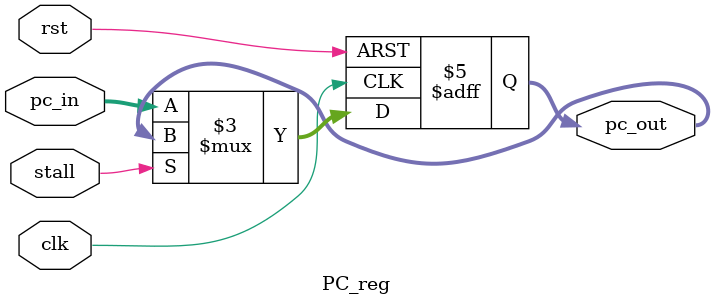
<source format=sv>
module PC_reg(
	//input
	input clk,
	input rst,
	input stall,
	input [31:0] pc_in,
	//output
	output logic [31:0] pc_out
);

logic stall_after;

always_ff @(posedge clk,posedge rst) begin
	if(rst) begin
		pc_out <= 32'd0;
		stall_after <= 1'd0;
	end
	else if(!stall) pc_out<=pc_in;
end
endmodule

</source>
